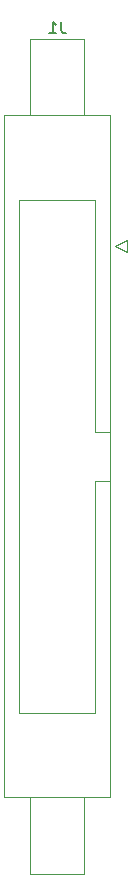
<source format=gbr>
%TF.GenerationSoftware,KiCad,Pcbnew,(6.0.4)*%
%TF.CreationDate,2023-01-30T21:52:44+01:00*%
%TF.ProjectId,Fader_Board,46616465-725f-4426-9f61-72642e6b6963,rev?*%
%TF.SameCoordinates,Original*%
%TF.FileFunction,Legend,Bot*%
%TF.FilePolarity,Positive*%
%FSLAX46Y46*%
G04 Gerber Fmt 4.6, Leading zero omitted, Abs format (unit mm)*
G04 Created by KiCad (PCBNEW (6.0.4)) date 2023-01-30 21:52:44*
%MOMM*%
%LPD*%
G01*
G04 APERTURE LIST*
%ADD10C,0.150000*%
%ADD11C,0.120000*%
G04 APERTURE END LIST*
D10*
%TO.C,J1*%
X154063333Y-54122380D02*
X154063333Y-54836666D01*
X154110952Y-54979523D01*
X154206190Y-55074761D01*
X154349047Y-55122380D01*
X154444285Y-55122380D01*
X153063333Y-55122380D02*
X153634761Y-55122380D01*
X153349047Y-55122380D02*
X153349047Y-54122380D01*
X153444285Y-54265238D01*
X153539523Y-54360476D01*
X153634761Y-54408095D01*
D11*
X156040000Y-119780000D02*
X156040000Y-126280000D01*
X158240000Y-119780000D02*
X158240000Y-62060000D01*
X149220000Y-119780000D02*
X158240000Y-119780000D01*
X156930000Y-92970000D02*
X158240000Y-92970000D01*
X159630000Y-72640000D02*
X159630000Y-73640000D01*
X158630000Y-73140000D02*
X159630000Y-72640000D01*
X156930000Y-69220000D02*
X150530000Y-69220000D01*
X159630000Y-73640000D02*
X158630000Y-73140000D01*
X156040000Y-62060000D02*
X156040000Y-55560000D01*
X156930000Y-112620000D02*
X156930000Y-92970000D01*
X151420000Y-55560000D02*
X151420000Y-62060000D01*
X156040000Y-55560000D02*
X151420000Y-55560000D01*
X158240000Y-62060000D02*
X149220000Y-62060000D01*
X158240000Y-88870000D02*
X156930000Y-88870000D01*
X150530000Y-69220000D02*
X150530000Y-112620000D01*
X156930000Y-92970000D02*
X156930000Y-92970000D01*
X156930000Y-88870000D02*
X156930000Y-69220000D01*
X150530000Y-112620000D02*
X156930000Y-112620000D01*
X149220000Y-62060000D02*
X149220000Y-119780000D01*
X156040000Y-126280000D02*
X151420000Y-126280000D01*
X151420000Y-126280000D02*
X151420000Y-119780000D01*
%TD*%
M02*

</source>
